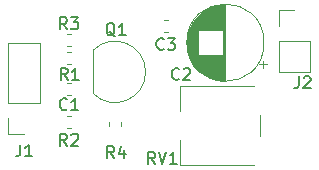
<source format=gto>
G04 #@! TF.GenerationSoftware,KiCad,Pcbnew,(5.1.4)-1*
G04 #@! TF.CreationDate,2020-05-05T22:30:09+03:00*
G04 #@! TF.ProjectId,Singe_transistor_AMP,53696e67-655f-4747-9261-6e736973746f,V1*
G04 #@! TF.SameCoordinates,Original*
G04 #@! TF.FileFunction,Legend,Top*
G04 #@! TF.FilePolarity,Positive*
%FSLAX46Y46*%
G04 Gerber Fmt 4.6, Leading zero omitted, Abs format (unit mm)*
G04 Created by KiCad (PCBNEW (5.1.4)-1) date 2020-05-05 22:30:09*
%MOMM*%
%LPD*%
G04 APERTURE LIST*
%ADD10C,0.120000*%
%ADD11C,0.150000*%
G04 APERTURE END LIST*
D10*
X119034000Y-104371000D02*
X112830000Y-104371000D01*
X119034000Y-97630000D02*
X112830000Y-97630000D01*
X119570000Y-101909000D02*
X119570000Y-100090000D01*
X112830000Y-104371000D02*
X112830000Y-102240000D01*
X112830000Y-99760000D02*
X112830000Y-97630000D01*
X119920000Y-94000000D02*
G75*
G03X119920000Y-94000000I-3270000J0D01*
G01*
X116650000Y-97230000D02*
X116650000Y-90770000D01*
X116610000Y-97230000D02*
X116610000Y-90770000D01*
X116570000Y-97230000D02*
X116570000Y-90770000D01*
X116530000Y-97228000D02*
X116530000Y-90772000D01*
X116490000Y-97227000D02*
X116490000Y-90773000D01*
X116450000Y-97224000D02*
X116450000Y-90776000D01*
X116410000Y-97222000D02*
X116410000Y-95040000D01*
X116410000Y-92960000D02*
X116410000Y-90778000D01*
X116370000Y-97218000D02*
X116370000Y-95040000D01*
X116370000Y-92960000D02*
X116370000Y-90782000D01*
X116330000Y-97215000D02*
X116330000Y-95040000D01*
X116330000Y-92960000D02*
X116330000Y-90785000D01*
X116290000Y-97211000D02*
X116290000Y-95040000D01*
X116290000Y-92960000D02*
X116290000Y-90789000D01*
X116250000Y-97206000D02*
X116250000Y-95040000D01*
X116250000Y-92960000D02*
X116250000Y-90794000D01*
X116210000Y-97201000D02*
X116210000Y-95040000D01*
X116210000Y-92960000D02*
X116210000Y-90799000D01*
X116170000Y-97195000D02*
X116170000Y-95040000D01*
X116170000Y-92960000D02*
X116170000Y-90805000D01*
X116130000Y-97189000D02*
X116130000Y-95040000D01*
X116130000Y-92960000D02*
X116130000Y-90811000D01*
X116090000Y-97182000D02*
X116090000Y-95040000D01*
X116090000Y-92960000D02*
X116090000Y-90818000D01*
X116050000Y-97175000D02*
X116050000Y-95040000D01*
X116050000Y-92960000D02*
X116050000Y-90825000D01*
X116010000Y-97167000D02*
X116010000Y-95040000D01*
X116010000Y-92960000D02*
X116010000Y-90833000D01*
X115970000Y-97159000D02*
X115970000Y-95040000D01*
X115970000Y-92960000D02*
X115970000Y-90841000D01*
X115929000Y-97150000D02*
X115929000Y-95040000D01*
X115929000Y-92960000D02*
X115929000Y-90850000D01*
X115889000Y-97141000D02*
X115889000Y-95040000D01*
X115889000Y-92960000D02*
X115889000Y-90859000D01*
X115849000Y-97131000D02*
X115849000Y-95040000D01*
X115849000Y-92960000D02*
X115849000Y-90869000D01*
X115809000Y-97121000D02*
X115809000Y-95040000D01*
X115809000Y-92960000D02*
X115809000Y-90879000D01*
X115769000Y-97110000D02*
X115769000Y-95040000D01*
X115769000Y-92960000D02*
X115769000Y-90890000D01*
X115729000Y-97098000D02*
X115729000Y-95040000D01*
X115729000Y-92960000D02*
X115729000Y-90902000D01*
X115689000Y-97086000D02*
X115689000Y-95040000D01*
X115689000Y-92960000D02*
X115689000Y-90914000D01*
X115649000Y-97074000D02*
X115649000Y-95040000D01*
X115649000Y-92960000D02*
X115649000Y-90926000D01*
X115609000Y-97061000D02*
X115609000Y-95040000D01*
X115609000Y-92960000D02*
X115609000Y-90939000D01*
X115569000Y-97047000D02*
X115569000Y-95040000D01*
X115569000Y-92960000D02*
X115569000Y-90953000D01*
X115529000Y-97033000D02*
X115529000Y-95040000D01*
X115529000Y-92960000D02*
X115529000Y-90967000D01*
X115489000Y-97018000D02*
X115489000Y-95040000D01*
X115489000Y-92960000D02*
X115489000Y-90982000D01*
X115449000Y-97002000D02*
X115449000Y-95040000D01*
X115449000Y-92960000D02*
X115449000Y-90998000D01*
X115409000Y-96986000D02*
X115409000Y-95040000D01*
X115409000Y-92960000D02*
X115409000Y-91014000D01*
X115369000Y-96970000D02*
X115369000Y-95040000D01*
X115369000Y-92960000D02*
X115369000Y-91030000D01*
X115329000Y-96952000D02*
X115329000Y-95040000D01*
X115329000Y-92960000D02*
X115329000Y-91048000D01*
X115289000Y-96934000D02*
X115289000Y-95040000D01*
X115289000Y-92960000D02*
X115289000Y-91066000D01*
X115249000Y-96916000D02*
X115249000Y-95040000D01*
X115249000Y-92960000D02*
X115249000Y-91084000D01*
X115209000Y-96896000D02*
X115209000Y-95040000D01*
X115209000Y-92960000D02*
X115209000Y-91104000D01*
X115169000Y-96876000D02*
X115169000Y-95040000D01*
X115169000Y-92960000D02*
X115169000Y-91124000D01*
X115129000Y-96856000D02*
X115129000Y-95040000D01*
X115129000Y-92960000D02*
X115129000Y-91144000D01*
X115089000Y-96834000D02*
X115089000Y-95040000D01*
X115089000Y-92960000D02*
X115089000Y-91166000D01*
X115049000Y-96812000D02*
X115049000Y-95040000D01*
X115049000Y-92960000D02*
X115049000Y-91188000D01*
X115009000Y-96790000D02*
X115009000Y-95040000D01*
X115009000Y-92960000D02*
X115009000Y-91210000D01*
X114969000Y-96766000D02*
X114969000Y-95040000D01*
X114969000Y-92960000D02*
X114969000Y-91234000D01*
X114929000Y-96742000D02*
X114929000Y-95040000D01*
X114929000Y-92960000D02*
X114929000Y-91258000D01*
X114889000Y-96716000D02*
X114889000Y-95040000D01*
X114889000Y-92960000D02*
X114889000Y-91284000D01*
X114849000Y-96690000D02*
X114849000Y-95040000D01*
X114849000Y-92960000D02*
X114849000Y-91310000D01*
X114809000Y-96664000D02*
X114809000Y-95040000D01*
X114809000Y-92960000D02*
X114809000Y-91336000D01*
X114769000Y-96636000D02*
X114769000Y-95040000D01*
X114769000Y-92960000D02*
X114769000Y-91364000D01*
X114729000Y-96607000D02*
X114729000Y-95040000D01*
X114729000Y-92960000D02*
X114729000Y-91393000D01*
X114689000Y-96578000D02*
X114689000Y-95040000D01*
X114689000Y-92960000D02*
X114689000Y-91422000D01*
X114649000Y-96548000D02*
X114649000Y-95040000D01*
X114649000Y-92960000D02*
X114649000Y-91452000D01*
X114609000Y-96516000D02*
X114609000Y-95040000D01*
X114609000Y-92960000D02*
X114609000Y-91484000D01*
X114569000Y-96484000D02*
X114569000Y-95040000D01*
X114569000Y-92960000D02*
X114569000Y-91516000D01*
X114529000Y-96450000D02*
X114529000Y-95040000D01*
X114529000Y-92960000D02*
X114529000Y-91550000D01*
X114489000Y-96416000D02*
X114489000Y-95040000D01*
X114489000Y-92960000D02*
X114489000Y-91584000D01*
X114449000Y-96380000D02*
X114449000Y-95040000D01*
X114449000Y-92960000D02*
X114449000Y-91620000D01*
X114409000Y-96343000D02*
X114409000Y-95040000D01*
X114409000Y-92960000D02*
X114409000Y-91657000D01*
X114369000Y-96305000D02*
X114369000Y-95040000D01*
X114369000Y-92960000D02*
X114369000Y-91695000D01*
X114329000Y-96265000D02*
X114329000Y-91735000D01*
X114289000Y-96224000D02*
X114289000Y-91776000D01*
X114249000Y-96182000D02*
X114249000Y-91818000D01*
X114209000Y-96137000D02*
X114209000Y-91863000D01*
X114169000Y-96092000D02*
X114169000Y-91908000D01*
X114129000Y-96044000D02*
X114129000Y-91956000D01*
X114089000Y-95995000D02*
X114089000Y-92005000D01*
X114049000Y-95944000D02*
X114049000Y-92056000D01*
X114009000Y-95890000D02*
X114009000Y-92110000D01*
X113969000Y-95834000D02*
X113969000Y-92166000D01*
X113929000Y-95776000D02*
X113929000Y-92224000D01*
X113889000Y-95714000D02*
X113889000Y-92286000D01*
X113849000Y-95650000D02*
X113849000Y-92350000D01*
X113809000Y-95581000D02*
X113809000Y-92419000D01*
X113769000Y-95509000D02*
X113769000Y-92491000D01*
X113729000Y-95432000D02*
X113729000Y-92568000D01*
X113689000Y-95350000D02*
X113689000Y-92650000D01*
X113649000Y-95262000D02*
X113649000Y-92738000D01*
X113609000Y-95165000D02*
X113609000Y-92835000D01*
X113569000Y-95059000D02*
X113569000Y-92941000D01*
X113529000Y-94940000D02*
X113529000Y-93060000D01*
X113489000Y-94802000D02*
X113489000Y-93198000D01*
X113449000Y-94633000D02*
X113449000Y-93367000D01*
X113409000Y-94402000D02*
X113409000Y-93598000D01*
X120150241Y-95839000D02*
X119520241Y-95839000D01*
X119835241Y-96154000D02*
X119835241Y-95524000D01*
X100930000Y-99130000D02*
X98270000Y-99130000D01*
X100930000Y-99130000D02*
X100930000Y-93990000D01*
X100930000Y-93990000D02*
X98270000Y-93990000D01*
X98270000Y-99130000D02*
X98270000Y-93990000D01*
X98270000Y-101730000D02*
X98270000Y-100400000D01*
X99600000Y-101730000D02*
X98270000Y-101730000D01*
X121170000Y-96470000D02*
X123830000Y-96470000D01*
X121170000Y-93870000D02*
X121170000Y-96470000D01*
X123830000Y-93870000D02*
X123830000Y-96470000D01*
X121170000Y-93870000D02*
X123830000Y-93870000D01*
X121170000Y-92600000D02*
X121170000Y-91270000D01*
X121170000Y-91270000D02*
X122500000Y-91270000D01*
X105450000Y-94670000D02*
X105450000Y-98270000D01*
X105461522Y-94631522D02*
G75*
G02X109900000Y-96470000I1838478J-1838478D01*
G01*
X105461522Y-98308478D02*
G75*
G03X109900000Y-96470000I1838478J1838478D01*
G01*
X103237221Y-97390000D02*
X103562779Y-97390000D01*
X103237221Y-98410000D02*
X103562779Y-98410000D01*
X111449721Y-93110000D02*
X111775279Y-93110000D01*
X111449721Y-92090000D02*
X111775279Y-92090000D01*
X103237221Y-94790000D02*
X103562779Y-94790000D01*
X103237221Y-95810000D02*
X103562779Y-95810000D01*
X103562779Y-100240000D02*
X103237221Y-100240000D01*
X103562779Y-101260000D02*
X103237221Y-101260000D01*
X103237221Y-94260000D02*
X103562779Y-94260000D01*
X103237221Y-93240000D02*
X103562779Y-93240000D01*
X107810000Y-100737221D02*
X107810000Y-101062779D01*
X106790000Y-100737221D02*
X106790000Y-101062779D01*
D11*
X110704761Y-104252380D02*
X110371428Y-103776190D01*
X110133333Y-104252380D02*
X110133333Y-103252380D01*
X110514285Y-103252380D01*
X110609523Y-103300000D01*
X110657142Y-103347619D01*
X110704761Y-103442857D01*
X110704761Y-103585714D01*
X110657142Y-103680952D01*
X110609523Y-103728571D01*
X110514285Y-103776190D01*
X110133333Y-103776190D01*
X110990476Y-103252380D02*
X111323809Y-104252380D01*
X111657142Y-103252380D01*
X112514285Y-104252380D02*
X111942857Y-104252380D01*
X112228571Y-104252380D02*
X112228571Y-103252380D01*
X112133333Y-103395238D01*
X112038095Y-103490476D01*
X111942857Y-103538095D01*
X112733333Y-97057142D02*
X112685714Y-97104761D01*
X112542857Y-97152380D01*
X112447619Y-97152380D01*
X112304761Y-97104761D01*
X112209523Y-97009523D01*
X112161904Y-96914285D01*
X112114285Y-96723809D01*
X112114285Y-96580952D01*
X112161904Y-96390476D01*
X112209523Y-96295238D01*
X112304761Y-96200000D01*
X112447619Y-96152380D01*
X112542857Y-96152380D01*
X112685714Y-96200000D01*
X112733333Y-96247619D01*
X113114285Y-96247619D02*
X113161904Y-96200000D01*
X113257142Y-96152380D01*
X113495238Y-96152380D01*
X113590476Y-96200000D01*
X113638095Y-96247619D01*
X113685714Y-96342857D01*
X113685714Y-96438095D01*
X113638095Y-96580952D01*
X113066666Y-97152380D01*
X113685714Y-97152380D01*
X99266666Y-102622380D02*
X99266666Y-103336666D01*
X99219047Y-103479523D01*
X99123809Y-103574761D01*
X98980952Y-103622380D01*
X98885714Y-103622380D01*
X100266666Y-103622380D02*
X99695238Y-103622380D01*
X99980952Y-103622380D02*
X99980952Y-102622380D01*
X99885714Y-102765238D01*
X99790476Y-102860476D01*
X99695238Y-102908095D01*
X122866666Y-96852380D02*
X122866666Y-97566666D01*
X122819047Y-97709523D01*
X122723809Y-97804761D01*
X122580952Y-97852380D01*
X122485714Y-97852380D01*
X123295238Y-96947619D02*
X123342857Y-96900000D01*
X123438095Y-96852380D01*
X123676190Y-96852380D01*
X123771428Y-96900000D01*
X123819047Y-96947619D01*
X123866666Y-97042857D01*
X123866666Y-97138095D01*
X123819047Y-97280952D01*
X123247619Y-97852380D01*
X123866666Y-97852380D01*
X107304761Y-93447619D02*
X107209523Y-93400000D01*
X107114285Y-93304761D01*
X106971428Y-93161904D01*
X106876190Y-93114285D01*
X106780952Y-93114285D01*
X106828571Y-93352380D02*
X106733333Y-93304761D01*
X106638095Y-93209523D01*
X106590476Y-93019047D01*
X106590476Y-92685714D01*
X106638095Y-92495238D01*
X106733333Y-92400000D01*
X106828571Y-92352380D01*
X107019047Y-92352380D01*
X107114285Y-92400000D01*
X107209523Y-92495238D01*
X107257142Y-92685714D01*
X107257142Y-93019047D01*
X107209523Y-93209523D01*
X107114285Y-93304761D01*
X107019047Y-93352380D01*
X106828571Y-93352380D01*
X108209523Y-93352380D02*
X107638095Y-93352380D01*
X107923809Y-93352380D02*
X107923809Y-92352380D01*
X107828571Y-92495238D01*
X107733333Y-92590476D01*
X107638095Y-92638095D01*
X103233333Y-99607142D02*
X103185714Y-99654761D01*
X103042857Y-99702380D01*
X102947619Y-99702380D01*
X102804761Y-99654761D01*
X102709523Y-99559523D01*
X102661904Y-99464285D01*
X102614285Y-99273809D01*
X102614285Y-99130952D01*
X102661904Y-98940476D01*
X102709523Y-98845238D01*
X102804761Y-98750000D01*
X102947619Y-98702380D01*
X103042857Y-98702380D01*
X103185714Y-98750000D01*
X103233333Y-98797619D01*
X104185714Y-99702380D02*
X103614285Y-99702380D01*
X103900000Y-99702380D02*
X103900000Y-98702380D01*
X103804761Y-98845238D01*
X103709523Y-98940476D01*
X103614285Y-98988095D01*
X111433333Y-94507142D02*
X111385714Y-94554761D01*
X111242857Y-94602380D01*
X111147619Y-94602380D01*
X111004761Y-94554761D01*
X110909523Y-94459523D01*
X110861904Y-94364285D01*
X110814285Y-94173809D01*
X110814285Y-94030952D01*
X110861904Y-93840476D01*
X110909523Y-93745238D01*
X111004761Y-93650000D01*
X111147619Y-93602380D01*
X111242857Y-93602380D01*
X111385714Y-93650000D01*
X111433333Y-93697619D01*
X111766666Y-93602380D02*
X112385714Y-93602380D01*
X112052380Y-93983333D01*
X112195238Y-93983333D01*
X112290476Y-94030952D01*
X112338095Y-94078571D01*
X112385714Y-94173809D01*
X112385714Y-94411904D01*
X112338095Y-94507142D01*
X112290476Y-94554761D01*
X112195238Y-94602380D01*
X111909523Y-94602380D01*
X111814285Y-94554761D01*
X111766666Y-94507142D01*
X103283333Y-97152380D02*
X102950000Y-96676190D01*
X102711904Y-97152380D02*
X102711904Y-96152380D01*
X103092857Y-96152380D01*
X103188095Y-96200000D01*
X103235714Y-96247619D01*
X103283333Y-96342857D01*
X103283333Y-96485714D01*
X103235714Y-96580952D01*
X103188095Y-96628571D01*
X103092857Y-96676190D01*
X102711904Y-96676190D01*
X104235714Y-97152380D02*
X103664285Y-97152380D01*
X103950000Y-97152380D02*
X103950000Y-96152380D01*
X103854761Y-96295238D01*
X103759523Y-96390476D01*
X103664285Y-96438095D01*
X103233333Y-102702380D02*
X102900000Y-102226190D01*
X102661904Y-102702380D02*
X102661904Y-101702380D01*
X103042857Y-101702380D01*
X103138095Y-101750000D01*
X103185714Y-101797619D01*
X103233333Y-101892857D01*
X103233333Y-102035714D01*
X103185714Y-102130952D01*
X103138095Y-102178571D01*
X103042857Y-102226190D01*
X102661904Y-102226190D01*
X103614285Y-101797619D02*
X103661904Y-101750000D01*
X103757142Y-101702380D01*
X103995238Y-101702380D01*
X104090476Y-101750000D01*
X104138095Y-101797619D01*
X104185714Y-101892857D01*
X104185714Y-101988095D01*
X104138095Y-102130952D01*
X103566666Y-102702380D01*
X104185714Y-102702380D01*
X103233333Y-92852380D02*
X102900000Y-92376190D01*
X102661904Y-92852380D02*
X102661904Y-91852380D01*
X103042857Y-91852380D01*
X103138095Y-91900000D01*
X103185714Y-91947619D01*
X103233333Y-92042857D01*
X103233333Y-92185714D01*
X103185714Y-92280952D01*
X103138095Y-92328571D01*
X103042857Y-92376190D01*
X102661904Y-92376190D01*
X103566666Y-91852380D02*
X104185714Y-91852380D01*
X103852380Y-92233333D01*
X103995238Y-92233333D01*
X104090476Y-92280952D01*
X104138095Y-92328571D01*
X104185714Y-92423809D01*
X104185714Y-92661904D01*
X104138095Y-92757142D01*
X104090476Y-92804761D01*
X103995238Y-92852380D01*
X103709523Y-92852380D01*
X103614285Y-92804761D01*
X103566666Y-92757142D01*
X107233333Y-103752380D02*
X106900000Y-103276190D01*
X106661904Y-103752380D02*
X106661904Y-102752380D01*
X107042857Y-102752380D01*
X107138095Y-102800000D01*
X107185714Y-102847619D01*
X107233333Y-102942857D01*
X107233333Y-103085714D01*
X107185714Y-103180952D01*
X107138095Y-103228571D01*
X107042857Y-103276190D01*
X106661904Y-103276190D01*
X108090476Y-103085714D02*
X108090476Y-103752380D01*
X107852380Y-102704761D02*
X107614285Y-103419047D01*
X108233333Y-103419047D01*
M02*

</source>
